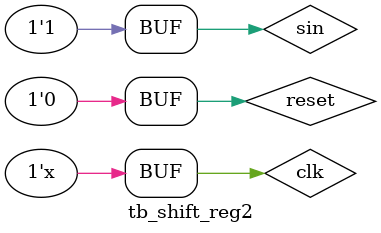
<source format=v>
`timescale 1ns / 1ps


module tb_shift_reg2();

    parameter N = 4;
    
    reg clk, reset, sin;
    wire [N-1:0] q;
    
    shift_reg_2 u_shift_reg2 (
        .clk (clk), .reset (reset), .sin (sin), 
        .q (q) );
        
    initial begin
        clk = 0; sin = 1; reset = 1; 
        #100 reset = 0;
        #200 sin = 0;
        #200 sin = 1;
    end 
    
    always #50 clk = ~clk;

    
endmodule

</source>
